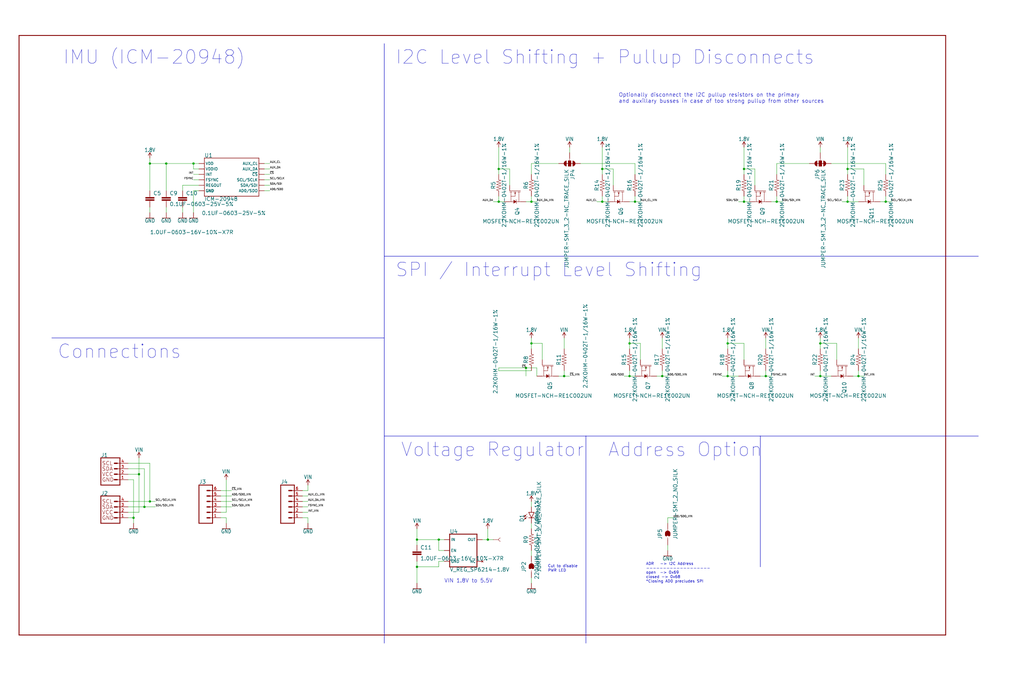
<source format=kicad_sch>
(kicad_sch (version 20230121) (generator eeschema)
  (paper "User" 477.19 317.906)
  (junction (at 194.31 251.46))
  (junction (at 90.17 76.2))
  (junction (at 412.75 93.98))
  (junction (at 346.71 78.74))
  (junction (at 62.23 241.3))
  (junction (at 339.09 160.02))
  (junction (at 400.05 175.26))
  (junction (at 69.85 233.68))
  (junction (at 232.41 78.74))
  (junction (at 262.89 175.26))
  (junction (at 361.95 93.98))
  (junction (at 295.91 93.98))
  (junction (at 394.97 93.98))
  (junction (at 308.61 175.26))
  (junction (at 77.47 76.2))
  (junction (at 356.87 175.26))
  (junction (at 382.27 160.02))
  (junction (at 280.67 78.74))
  (junction (at 227.33 251.46))
  (junction (at 339.09 175.26))
  (junction (at 232.41 93.98))
  (junction (at 204.47 251.46))
  (junction (at 293.37 160.02))
  (junction (at 346.71 93.98))
  (junction (at 247.65 160.02))
  (junction (at 247.65 93.98))
  (junction (at 67.31 236.22))
  (junction (at 280.67 93.98))
  (junction (at 382.27 175.26))
  (junction (at 245.11 171.45))
  (junction (at 394.97 78.74))
  (junction (at 69.85 76.2))
  (junction (at 64.77 220.98))
  (junction (at 293.37 175.26))
  (junction (at 194.31 264.16))
  (wire (pts (xy 293.37 172.72) (xy 293.37 175.26)) (stroke (width 0.1524)))
  (wire (pts (xy 247.65 243.84) (xy 247.65 246.38)) (stroke (width 0.1524)))
  (polyline (pts (xy 179.07 119.38) (xy 179.07 157.48)) (stroke (width 0.2032) (type solid)))
  (wire (pts (xy 308.61 162.56) (xy 308.61 157.48)) (stroke (width 0.1524)))
  (wire (pts (xy 143.51 231.14) (xy 140.97 231.14)) (stroke (width 0.1524)))
  (wire (pts (xy 339.09 175.26) (xy 344.17 175.26)) (stroke (width 0.1524)))
  (wire (pts (xy 125.73 78.74) (xy 123.19 78.74)) (stroke (width 0.1524)))
  (wire (pts (xy 382.27 162.56) (xy 382.27 160.02)) (stroke (width 0.1524)))
  (wire (pts (xy 59.69 215.9) (xy 69.85 215.9)) (stroke (width 0.1524)))
  (wire (pts (xy 394.97 81.28) (xy 394.97 78.74)) (stroke (width 0.1524)))
  (wire (pts (xy 400.05 172.72) (xy 400.05 175.26)) (stroke (width 0.1524)))
  (wire (pts (xy 77.47 76.2) (xy 69.85 76.2)) (stroke (width 0.1524)))
  (wire (pts (xy 224.79 251.46) (xy 227.33 251.46)) (stroke (width 0.1524)))
  (wire (pts (xy 237.49 86.36) (xy 237.49 78.74)) (stroke (width 0.1524)))
  (wire (pts (xy 295.91 91.44) (xy 295.91 93.98)) (stroke (width 0.1524)))
  (wire (pts (xy 247.65 256.54) (xy 247.65 259.08)) (stroke (width 0.1524)))
  (wire (pts (xy 293.37 157.48) (xy 293.37 160.02)) (stroke (width 0.1524)))
  (wire (pts (xy 143.51 226.06) (xy 143.51 228.6)) (stroke (width 0.1524)))
  (wire (pts (xy 69.85 233.68) (xy 59.69 233.68)) (stroke (width 0.1524)))
  (wire (pts (xy 194.31 251.46) (xy 194.31 254)) (stroke (width 0.1524)))
  (polyline (pts (xy 179.07 20.32) (xy 179.07 119.38)) (stroke (width 0.2032) (type solid)))
  (wire (pts (xy 204.47 256.54) (xy 204.47 251.46)) (stroke (width 0.1524)))
  (wire (pts (xy 227.33 251.46) (xy 229.87 251.46)) (stroke (width 0.1524)))
  (wire (pts (xy 346.71 167.64) (xy 346.71 160.02)) (stroke (width 0.1524)))
  (wire (pts (xy 298.45 167.64) (xy 298.45 160.02)) (stroke (width 0.1524)))
  (wire (pts (xy 252.73 167.64) (xy 252.73 160.02)) (stroke (width 0.1524)))
  (wire (pts (xy 92.71 83.82) (xy 90.17 83.82)) (stroke (width 0.1524)))
  (wire (pts (xy 412.75 76.2) (xy 412.75 81.28)) (stroke (width 0.1524)))
  (wire (pts (xy 232.41 172.72) (xy 232.41 171.45)) (stroke (width 0.1524)))
  (wire (pts (xy 247.65 269.24) (xy 247.65 271.78)) (stroke (width 0.1524)))
  (wire (pts (xy 232.41 93.98) (xy 234.95 93.98)) (stroke (width 0.1524)))
  (wire (pts (xy 351.79 86.36) (xy 351.79 78.74)) (stroke (width 0.1524)))
  (wire (pts (xy 293.37 93.98) (xy 295.91 93.98)) (stroke (width 0.1524)))
  (wire (pts (xy 59.69 218.44) (xy 67.31 218.44)) (stroke (width 0.1524)))
  (polyline (pts (xy 24.13 157.48) (xy 179.07 157.48)) (stroke (width 0.2032) (type solid)))
  (wire (pts (xy 232.41 81.28) (xy 232.41 78.74)) (stroke (width 0.1524)))
  (wire (pts (xy 92.71 86.36) (xy 85.09 86.36)) (stroke (width 0.1524)))
  (wire (pts (xy 412.75 91.44) (xy 412.75 93.98)) (stroke (width 0.1524)))
  (wire (pts (xy 247.65 236.22) (xy 247.65 233.68)) (stroke (width 0.1524)))
  (wire (pts (xy 382.27 172.72) (xy 382.27 175.26)) (stroke (width 0.1524)))
  (polyline (pts (xy 273.05 203.2) (xy 273.05 299.72)) (stroke (width 0.2032) (type solid)))
  (wire (pts (xy 232.41 171.45) (xy 245.11 171.45)) (stroke (width 0.1524)))
  (wire (pts (xy 125.73 81.28) (xy 123.19 81.28)) (stroke (width 0.1524)))
  (wire (pts (xy 280.67 81.28) (xy 280.67 78.74)) (stroke (width 0.1524)))
  (wire (pts (xy 237.49 78.74) (xy 232.41 78.74)) (stroke (width 0.1524)))
  (wire (pts (xy 394.97 93.98) (xy 400.05 93.98)) (stroke (width 0.1524)))
  (wire (pts (xy 402.59 78.74) (xy 394.97 78.74)) (stroke (width 0.1524)))
  (wire (pts (xy 107.95 236.22) (xy 102.87 236.22)) (stroke (width 0.1524)))
  (wire (pts (xy 295.91 93.98) (xy 298.45 93.98)) (stroke (width 0.1524)))
  (wire (pts (xy 356.87 172.72) (xy 356.87 175.26)) (stroke (width 0.1524)))
  (wire (pts (xy 361.95 93.98) (xy 364.49 93.98)) (stroke (width 0.1524)))
  (wire (pts (xy 69.85 76.2) (xy 69.85 88.9)) (stroke (width 0.1524)))
  (wire (pts (xy 344.17 93.98) (xy 346.71 93.98)) (stroke (width 0.1524)))
  (wire (pts (xy 262.89 172.72) (xy 262.89 175.26)) (stroke (width 0.1524)))
  (wire (pts (xy 359.41 93.98) (xy 361.95 93.98)) (stroke (width 0.1524)))
  (wire (pts (xy 400.05 162.56) (xy 400.05 157.48)) (stroke (width 0.1524)))
  (polyline (pts (xy 179.07 203.2) (xy 179.07 299.72)) (stroke (width 0.2032) (type solid)))
  (wire (pts (xy 125.73 88.9) (xy 123.19 88.9)) (stroke (width 0.1524)))
  (wire (pts (xy 397.51 175.26) (xy 400.05 175.26)) (stroke (width 0.1524)))
  (wire (pts (xy 90.17 76.2) (xy 77.47 76.2)) (stroke (width 0.1524)))
  (wire (pts (xy 102.87 238.76) (xy 105.41 238.76)) (stroke (width 0.1524)))
  (wire (pts (xy 59.69 220.98) (xy 64.77 220.98)) (stroke (width 0.1524)))
  (wire (pts (xy 387.35 76.2) (xy 412.75 76.2)) (stroke (width 0.1524)))
  (wire (pts (xy 392.43 93.98) (xy 394.97 93.98)) (stroke (width 0.1524)))
  (wire (pts (xy 379.73 175.26) (xy 382.27 175.26)) (stroke (width 0.1524)))
  (wire (pts (xy 250.19 171.45) (xy 250.19 175.26)) (stroke (width 0.1524)))
  (wire (pts (xy 346.71 160.02) (xy 339.09 160.02)) (stroke (width 0.1524)))
  (wire (pts (xy 64.77 220.98) (xy 64.77 238.76)) (stroke (width 0.1524)))
  (wire (pts (xy 339.09 172.72) (xy 339.09 175.26)) (stroke (width 0.1524)))
  (wire (pts (xy 339.09 162.56) (xy 339.09 160.02)) (stroke (width 0.1524)))
  (wire (pts (xy 311.15 254) (xy 311.15 256.54)) (stroke (width 0.1524)))
  (wire (pts (xy 247.65 81.28) (xy 247.65 76.2)) (stroke (width 0.1524)))
  (polyline (pts (xy 179.07 203.2) (xy 273.05 203.2)) (stroke (width 0.2032) (type solid)))
  (polyline (pts (xy 354.33 264.16) (xy 354.33 203.2)) (stroke (width 0.2032) (type solid)))
  (wire (pts (xy 62.23 223.52) (xy 59.69 223.52)) (stroke (width 0.1524)))
  (wire (pts (xy 194.31 261.62) (xy 194.31 264.16)) (stroke (width 0.1524)))
  (wire (pts (xy 64.77 238.76) (xy 59.69 238.76)) (stroke (width 0.1524)))
  (wire (pts (xy 410.21 93.98) (xy 412.75 93.98)) (stroke (width 0.1524)))
  (wire (pts (xy 67.31 218.44) (xy 67.31 236.22)) (stroke (width 0.1524)))
  (wire (pts (xy 265.43 68.58) (xy 265.43 71.12)) (stroke (width 0.1524)))
  (wire (pts (xy 346.71 93.98) (xy 349.25 93.98)) (stroke (width 0.1524)))
  (wire (pts (xy 354.33 175.26) (xy 356.87 175.26)) (stroke (width 0.1524)))
  (wire (pts (xy 62.23 241.3) (xy 62.23 243.84)) (stroke (width 0.1524)))
  (wire (pts (xy 293.37 175.26) (xy 295.91 175.26)) (stroke (width 0.1524)))
  (wire (pts (xy 77.47 96.52) (xy 77.47 99.06)) (stroke (width 0.1524)))
  (wire (pts (xy 85.09 86.36) (xy 85.09 88.9)) (stroke (width 0.1524)))
  (wire (pts (xy 90.17 78.74) (xy 90.17 76.2)) (stroke (width 0.1524)))
  (wire (pts (xy 311.15 241.3) (xy 311.15 243.84)) (stroke (width 0.1524)))
  (wire (pts (xy 194.31 271.78) (xy 194.31 264.16)) (stroke (width 0.1524)))
  (wire (pts (xy 90.17 88.9) (xy 92.71 88.9)) (stroke (width 0.1524)))
  (wire (pts (xy 339.09 157.48) (xy 339.09 160.02)) (stroke (width 0.1524)))
  (wire (pts (xy 207.01 261.62) (xy 204.47 261.62)) (stroke (width 0.1524)))
  (wire (pts (xy 207.01 251.46) (xy 204.47 251.46)) (stroke (width 0.1524)))
  (wire (pts (xy 412.75 93.98) (xy 415.29 93.98)) (stroke (width 0.1524)))
  (wire (pts (xy 125.73 76.2) (xy 123.19 76.2)) (stroke (width 0.1524)))
  (wire (pts (xy 143.51 233.68) (xy 140.97 233.68)) (stroke (width 0.1524)))
  (wire (pts (xy 105.41 241.3) (xy 105.41 243.84)) (stroke (width 0.1524)))
  (wire (pts (xy 293.37 162.56) (xy 293.37 160.02)) (stroke (width 0.1524)))
  (wire (pts (xy 85.09 96.52) (xy 85.09 99.06)) (stroke (width 0.1524)))
  (wire (pts (xy 247.65 157.48) (xy 247.65 160.02)) (stroke (width 0.1524)))
  (wire (pts (xy 356.87 175.26) (xy 359.41 175.26)) (stroke (width 0.1524)))
  (wire (pts (xy 140.97 228.6) (xy 143.51 228.6)) (stroke (width 0.1524)))
  (polyline (pts (xy 179.07 119.38) (xy 455.93 119.38)) (stroke (width 0.2032) (type solid)))
  (wire (pts (xy 311.15 241.3) (xy 313.69 241.3)) (stroke (width 0.1524)))
  (wire (pts (xy 64.77 220.98) (xy 64.77 213.36)) (stroke (width 0.1524)))
  (wire (pts (xy 77.47 76.2) (xy 77.47 88.9)) (stroke (width 0.1524)))
  (wire (pts (xy 361.95 76.2) (xy 377.19 76.2)) (stroke (width 0.1524)))
  (wire (pts (xy 62.23 241.3) (xy 62.23 223.52)) (stroke (width 0.1524)))
  (wire (pts (xy 394.97 68.58) (xy 394.97 78.74)) (stroke (width 0.1524)))
  (wire (pts (xy 247.65 76.2) (xy 260.35 76.2)) (stroke (width 0.1524)))
  (wire (pts (xy 204.47 251.46) (xy 194.31 251.46)) (stroke (width 0.1524)))
  (wire (pts (xy 245.11 171.45) (xy 245.11 175.26)) (stroke (width 0.1524)))
  (wire (pts (xy 336.55 175.26) (xy 339.09 175.26)) (stroke (width 0.1524)))
  (wire (pts (xy 140.97 241.3) (xy 143.51 241.3)) (stroke (width 0.1524)))
  (wire (pts (xy 346.71 91.44) (xy 346.71 93.98)) (stroke (width 0.1524)))
  (wire (pts (xy 382.27 175.26) (xy 387.35 175.26)) (stroke (width 0.1524)))
  (wire (pts (xy 270.51 76.2) (xy 295.91 76.2)) (stroke (width 0.1524)))
  (polyline (pts (xy 354.33 203.2) (xy 455.93 203.2)) (stroke (width 0.2032) (type solid)))
  (wire (pts (xy 247.65 162.56) (xy 247.65 160.02)) (stroke (width 0.1524)))
  (wire (pts (xy 298.45 160.02) (xy 293.37 160.02)) (stroke (width 0.1524)))
  (wire (pts (xy 232.41 91.44) (xy 232.41 93.98)) (stroke (width 0.1524)))
  (wire (pts (xy 92.71 78.74) (xy 90.17 78.74)) (stroke (width 0.1524)))
  (wire (pts (xy 232.41 68.58) (xy 232.41 78.74)) (stroke (width 0.1524)))
  (wire (pts (xy 285.75 86.36) (xy 285.75 78.74)) (stroke (width 0.1524)))
  (wire (pts (xy 105.41 238.76) (xy 105.41 223.52)) (stroke (width 0.1524)))
  (wire (pts (xy 67.31 236.22) (xy 59.69 236.22)) (stroke (width 0.1524)))
  (wire (pts (xy 252.73 160.02) (xy 247.65 160.02)) (stroke (width 0.1524)))
  (wire (pts (xy 346.71 68.58) (xy 346.71 78.74)) (stroke (width 0.1524)))
  (polyline (pts (xy 273.05 203.2) (xy 354.33 203.2)) (stroke (width 0.2032) (type solid)))
  (wire (pts (xy 107.95 228.6) (xy 102.87 228.6)) (stroke (width 0.1524)))
  (wire (pts (xy 107.95 231.14) (xy 102.87 231.14)) (stroke (width 0.1524)))
  (wire (pts (xy 204.47 261.62) (xy 204.47 264.16)) (stroke (width 0.1524)))
  (wire (pts (xy 245.11 171.45) (xy 250.19 171.45)) (stroke (width 0.1524)))
  (wire (pts (xy 278.13 93.98) (xy 280.67 93.98)) (stroke (width 0.1524)))
  (wire (pts (xy 102.87 241.3) (xy 105.41 241.3)) (stroke (width 0.1524)))
  (wire (pts (xy 382.27 68.58) (xy 382.27 71.12)) (stroke (width 0.1524)))
  (wire (pts (xy 90.17 76.2) (xy 92.71 76.2)) (stroke (width 0.1524)))
  (wire (pts (xy 107.95 233.68) (xy 102.87 233.68)) (stroke (width 0.1524)))
  (wire (pts (xy 143.51 236.22) (xy 140.97 236.22)) (stroke (width 0.1524)))
  (wire (pts (xy 351.79 78.74) (xy 346.71 78.74)) (stroke (width 0.1524)))
  (wire (pts (xy 280.67 91.44) (xy 280.67 93.98)) (stroke (width 0.1524)))
  (wire (pts (xy 247.65 91.44) (xy 247.65 93.98)) (stroke (width 0.1524)))
  (wire (pts (xy 143.51 238.76) (xy 140.97 238.76)) (stroke (width 0.1524)))
  (wire (pts (xy 90.17 99.06) (xy 90.17 88.9)) (stroke (width 0.1524)))
  (wire (pts (xy 306.07 175.26) (xy 308.61 175.26)) (stroke (width 0.1524)))
  (wire (pts (xy 361.95 81.28) (xy 361.95 76.2)) (stroke (width 0.1524)))
  (polyline (pts (xy 179.07 157.48) (xy 179.07 203.2)) (stroke (width 0.2032) (type solid)))
  (wire (pts (xy 143.51 241.3) (xy 143.51 243.84)) (stroke (width 0.1524)))
  (wire (pts (xy 356.87 162.56) (xy 356.87 157.48)) (stroke (width 0.1524)))
  (wire (pts (xy 69.85 73.66) (xy 69.85 76.2)) (stroke (width 0.1524)))
  (wire (pts (xy 308.61 172.72) (xy 308.61 175.26)) (stroke (width 0.1524)))
  (wire (pts (xy 90.17 81.28) (xy 92.71 81.28)) (stroke (width 0.1524)))
  (wire (pts (xy 194.31 246.38) (xy 194.31 251.46)) (stroke (width 0.1524)))
  (wire (pts (xy 361.95 91.44) (xy 361.95 93.98)) (stroke (width 0.1524)))
  (wire (pts (xy 290.83 175.26) (xy 293.37 175.26)) (stroke (width 0.1524)))
  (wire (pts (xy 72.39 233.68) (xy 69.85 233.68)) (stroke (width 0.1524)))
  (wire (pts (xy 285.75 78.74) (xy 280.67 78.74)) (stroke (width 0.1524)))
  (wire (pts (xy 69.85 96.52) (xy 69.85 99.06)) (stroke (width 0.1524)))
  (wire (pts (xy 227.33 251.46) (xy 227.33 246.38)) (stroke (width 0.1524)))
  (wire (pts (xy 382.27 157.48) (xy 382.27 160.02)) (stroke (width 0.1524)))
  (wire (pts (xy 232.41 172.72) (xy 247.65 172.72)) (stroke (width 0.1524)))
  (wire (pts (xy 308.61 175.26) (xy 311.15 175.26)) (stroke (width 0.1524)))
  (wire (pts (xy 229.87 93.98) (xy 232.41 93.98)) (stroke (width 0.1524)))
  (wire (pts (xy 194.31 264.16) (xy 204.47 264.16)) (stroke (width 0.1524)))
  (wire (pts (xy 59.69 241.3) (xy 62.23 241.3)) (stroke (width 0.1524)))
  (wire (pts (xy 125.73 83.82) (xy 123.19 83.82)) (stroke (width 0.1524)))
  (wire (pts (xy 389.89 167.64) (xy 389.89 160.02)) (stroke (width 0.1524)))
  (wire (pts (xy 280.67 93.98) (xy 283.21 93.98)) (stroke (width 0.1524)))
  (wire (pts (xy 400.05 175.26) (xy 402.59 175.26)) (stroke (width 0.1524)))
  (wire (pts (xy 245.11 93.98) (xy 247.65 93.98)) (stroke (width 0.1524)))
  (wire (pts (xy 207.01 256.54) (xy 204.47 256.54)) (stroke (width 0.1524)))
  (wire (pts (xy 247.65 93.98) (xy 250.19 93.98)) (stroke (width 0.1524)))
  (wire (pts (xy 402.59 86.36) (xy 402.59 78.74)) (stroke (width 0.1524)))
  (wire (pts (xy 389.89 160.02) (xy 382.27 160.02)) (stroke (width 0.1524)))
  (wire (pts (xy 67.31 236.22) (xy 72.39 236.22)) (stroke (width 0.1524)))
  (wire (pts (xy 125.73 86.36) (xy 123.19 86.36)) (stroke (width 0.1524)))
  (wire (pts (xy 295.91 76.2) (xy 295.91 81.28)) (stroke (width 0.1524)))
  (wire (pts (xy 346.71 81.28) (xy 346.71 78.74)) (stroke (width 0.1524)))
  (wire (pts (xy 262.89 175.26) (xy 265.43 175.26)) (stroke (width 0.1524)))
  (wire (pts (xy 262.89 162.56) (xy 262.89 157.48)) (stroke (width 0.1524)))
  (wire (pts (xy 280.67 68.58) (xy 280.67 78.74)) (stroke (width 0.1524)))
  (wire (pts (xy 69.85 215.9) (xy 69.85 233.68)) (stroke (width 0.1524)))
  (wire (pts (xy 394.97 91.44) (xy 394.97 93.98)) (stroke (width 0.1524)))
  (wire (pts (xy 260.35 175.26) (xy 262.89 175.26)) (stroke (width 0.1524)))
  (text "Address Option" (at 283.21 213.36 0) (effects (font (size 6.35 6.35)) (justify left bottom)))
  (text "VIN 1.8V to 5.5V" (at 207.01 271.78 0) (effects (font (size 1.778 1.778)) (justify left bottom)))
  (text "Connections" (at 26.67 167.64 0) (effects (font (size 6.35 6.35)) (justify left bottom)))
  (text "I2C Level Shifting + Pullup Disconnects" (at 184.15 30.48 0) (effects (font (size 6.35 6.35)) (justify left bottom)))
  (text "Optionally disconnect the I2C pullup resistors on the primary\nand auxillary busses in case of too strong pullup from other sources" (at 288.29 48.26 0) (effects (font (size 1.778 1.778)) (justify left bottom)))
  (text "Voltage Regulator" (at 186.69 213.36 0) (effects (font (size 6.35 6.35)) (justify left bottom)))
  (text "ADR   -> I2C Address\n-------------------\nopen  -> 0x69\nclosed -> 0x68\n*Closing AD0 precludes SPI" (at 300.99 271.78 0) (effects (font (size 1.27 1.27)) (justify left bottom)))
  (text "IMU (ICM-20948)" (at 29.21 30.48 0) (effects (font (size 6.35 6.35)) (justify left bottom)))
  (text "Cut to disable\nPWR LED" (at 255.27 266.7 0) (effects (font (size 1.27 1.27)) (justify left bottom)))
  (text "SPI / Interrupt Level Shifting" (at 184.15 129.54 0) (effects (font (size 6.35 6.35)) (justify left bottom)))
  (label "AUX_CL_VIN" (at 298.45 93.98 0) (effects (font (size 0.889 0.889))))
  (label "SDA/SDI_VIN" (at 364.49 93.98 0) (effects (font (size 0.889 0.889))))
  (label "INT" (at 90.17 81.28 180) (effects (font (size 0.889 0.889))))
  (label "~{CS}" (at 125.73 81.28 0) (effects (font (size 0.889 0.889))))
  (label "SDA/SDI_VIN" (at 107.95 236.22 0) (effects (font (size 0.889 0.889))))
  (label "SDA/SDI" (at 125.73 86.36 0) (effects (font (size 0.889 0.889))))
  (label "AD0/SDO_VIN" (at 313.69 241.3 0) (effects (font (size 0.889 0.889))))
  (label "AD0/SDO_VIN" (at 107.95 231.14 0) (effects (font (size 0.889 0.889))))
  (label "SCL/SCLK" (at 392.43 93.98 180) (effects (font (size 0.889 0.889))))
  (label "AUX_DA" (at 125.73 78.74 0) (effects (font (size 0.889 0.889))))
  (label "FSYNC" (at 90.17 83.82 180) (effects (font (size 0.889 0.889))))
  (label "~{CS}_VIN" (at 107.95 228.6 0) (effects (font (size 0.889 0.889))))
  (label "AUX_CL" (at 125.73 76.2 0) (effects (font (size 0.889 0.889))))
  (label "AD0/SDO" (at 290.83 175.26 180) (effects (font (size 0.889 0.889))))
  (label "~{CS}_VIN" (at 265.43 175.26 0) (effects (font (size 0.889 0.889))))
  (label "FSYNC_VIN" (at 359.41 175.26 0) (effects (font (size 0.889 0.889))))
  (label "AUX_DA_VIN" (at 250.19 93.98 0) (effects (font (size 0.889 0.889))))
  (label "INT" (at 379.73 175.26 180) (effects (font (size 0.889 0.889))))
  (label "SDA/SDI" (at 344.17 93.98 180) (effects (font (size 0.889 0.889))))
  (label "SCL/SCLK_VIN" (at 415.29 93.98 0) (effects (font (size 0.889 0.889))))
  (label "SCL/SCLK" (at 125.73 83.82 0) (effects (font (size 0.889 0.889))))
  (label "INT_VIN" (at 402.59 175.26 0) (effects (font (size 0.889 0.889))))
  (label "AUX_CL_VIN" (at 143.51 231.14 0) (effects (font (size 0.889 0.889))))
  (label "~{CS}" (at 245.11 171.45 180) (effects (font (size 0.889 0.889))))
  (label "SDA/SDI_VIN" (at 72.39 236.22 0) (effects (font (size 0.889 0.889))))
  (label "INT_VIN" (at 143.51 238.76 0) (effects (font (size 0.889 0.889))))
  (label "FSYNC" (at 336.55 175.26 180) (effects (font (size 0.889 0.889))))
  (label "AUX_DA_VIN" (at 143.51 233.68 0) (effects (font (size 0.889 0.889))))
  (label "AUX_CL" (at 278.13 93.98 180) (effects (font (size 0.889 0.889))))
  (label "AD0/SDO_VIN" (at 311.15 175.26 0) (effects (font (size 0.889 0.889))))
  (label "FSYNC_VIN" (at 143.51 236.22 0) (effects (font (size 0.889 0.889))))
  (label "SCL/SCLK_VIN" (at 107.95 233.68 0) (effects (font (size 0.889 0.889))))
  (label "SCL/SCLK_VIN" (at 72.39 233.68 0) (effects (font (size 0.889 0.889))))
  (label "AUX_DA" (at 229.87 93.98 180) (effects (font (size 0.889 0.889))))
  (label "AD0/SDO" (at 125.73 88.9 0) (effects (font (size 0.889 0.889))))
  (symbol (lib_id "SparkFun_IMU_Breakout_ICM-20948-eagle-import:220OHM-0603-1/10W-1%") (at 247.65 251.46 90) (unit 1)
    (property "Reference" "R9" (at 246.126 251.46 0) (effects (font (size 1.778 1.778)) (justify bottom)))
    (property "Value" "220OHM-0603-1/10W-1%" (at 249.174 251.46 0) (effects (font (size 1.778 1.778)) (justify top)))
    (property "Footprint" "SparkFun_IMU_Breakout_ICM-20948:0603" (effects hide))
  )
  (symbol (lib_id "SparkFun_IMU_Breakout_ICM-20948-eagle-import:VIN") (at 194.31 246.38 0) (unit 1)
    (property "Reference" "#SUPPLY05" (effects hide))
    (property "Value" "VIN" (at 194.31 243.586 0) (effects (font (size 1.778 1.5113)) (justify bottom)))
    (instances (project "Adafruit HUZZAH32 ESP32 Feather" (path "" (reference "#SUPPLY05") (unit 1))) (project "SparkFun_IMU_Breakout_ICM-20948" (path "" (reference "#SUPPLY8") (unit 1))))
  )
  (symbol (lib_id "SparkFun_IMU_Breakout_ICM-20948-eagle-import:0.1UF-0603-25V-5%") (at 77.47 93.98 0) (unit 1)
    (property "Reference" "C9" (at 78.994 91.059 0) (effects (font (size 1.778 1.778)) (justify left bottom)))
    (property "Value" "0.1UF-0603-25V-5%" (at 78.994 96.139 0) (effects (font (size 1.778 1.778)) (justify left bottom)))
    (property "Footprint" "SparkFun_IMU_Breakout_ICM-20948:0603" (effects hide))
    (instances (project "Adafruit HUZZAH32 ESP32 Feather" (path "" (reference "C9") (unit 1))) (project "SparkFun_IMU_Breakout_ICM-20948" (path "" (reference "C2") (unit 1))))
  )
  (symbol (lib_id "SparkFun_IMU_Breakout_ICM-20948-eagle-import:VIN") (at 400.05 157.48 0) (unit 1)
    (property "Reference" "#SUPPLY021" (effects hide))
    (property "Value" "VIN" (at 400.05 154.686 0) (effects (font (size 1.778 1.5113)) (justify bottom)))
    (instances (project "Adafruit HUZZAH32 ESP32 Feather" (path "" (reference "#SUPPLY021") (unit 1))) (project "SparkFun_IMU_Breakout_ICM-20948" (path "" (reference "#SUPPLY29") (unit 1))))
  )
  (symbol (lib_id "SparkFun_IMU_Breakout_ICM-20948-eagle-import:VIN") (at 356.87 157.48 0) (unit 1)
    (property "Reference" "#SUPPLY017" (effects hide))
    (property "Value" "VIN" (at 356.87 154.686 0) (effects (font (size 1.778 1.5113)) (justify bottom)))
    (instances (project "Adafruit HUZZAH32 ESP32 Feather" (path "" (reference "#SUPPLY017") (unit 1))) (project "SparkFun_IMU_Breakout_ICM-20948" (path "" (reference "#SUPPLY27") (unit 1))))
  )
  (symbol (lib_id "SparkFun_IMU_Breakout_ICM-20948-eagle-import:2.2KOHM-0402T-1/16W-1%") (at 308.61 167.64 90) (unit 1)
    (property "Reference" "R17" (at 307.086 167.64 0) (effects (font (size 1.778 1.778)) (justify bottom)))
    (property "Value" "2.2KOHM-0402T-1/16W-1%" (at 310.134 167.64 0) (effects (font (size 1.778 1.778)) (justify top)))
    (property "Footprint" "SparkFun_IMU_Breakout_ICM-20948:0402-TIGHT" (effects hide))
    (instances (project "Adafruit HUZZAH32 ESP32 Feather" (path "" (reference "R17") (unit 1))) (project "SparkFun_IMU_Breakout_ICM-20948" (path "" (reference "R13") (unit 1))))
  )
  (symbol (lib_id "SparkFun_IMU_Breakout_ICM-20948-eagle-import:GND") (at 311.15 259.08 0) (unit 1)
    (property "Reference" "#GND012" (effects hide))
    (property "Value" "GND" (at 311.15 259.334 0) (effects (font (size 1.778 1.5113)) (justify top)))
    (instances (project "Adafruit HUZZAH32 ESP32 Feather" (path "" (reference "#GND012") (unit 1))) (project "SparkFun_IMU_Breakout_ICM-20948" (path "" (reference "#GND11") (unit 1))))
  )
  (symbol (lib_id "SparkFun_IMU_Breakout_ICM-20948-eagle-import:VIN") (at 262.89 157.48 0) (unit 1)
    (property "Reference" "#SUPPLY010" (effects hide))
    (property "Value" "VIN" (at 262.89 154.686 0) (effects (font (size 1.778 1.5113)) (justify bottom)))
    (instances (project "Adafruit HUZZAH32 ESP32 Feather" (path "" (reference "#SUPPLY010") (unit 1))) (project "SparkFun_IMU_Breakout_ICM-20948" (path "" (reference "#SUPPLY15") (unit 1))))
  )
  (symbol (lib_id "SparkFun_IMU_Breakout_ICM-20948-eagle-import:VIN") (at 64.77 213.36 0) (unit 1)
    (property "Reference" "#SUPPLY01" (effects hide))
    (property "Value" "VIN" (at 64.77 210.566 0) (effects (font (size 1.778 1.5113)) (justify bottom)))
    (instances (project "Adafruit HUZZAH32 ESP32 Feather" (path "" (reference "#SUPPLY01") (unit 1))) (project "SparkFun_IMU_Breakout_ICM-20948" (path "" (reference "#SUPPLY3") (unit 1))))
  )
  (symbol (lib_id "SparkFun_IMU_Breakout_ICM-20948-eagle-import:V_REG_SP6214-1.8V") (at 217.17 256.54 0) (unit 1)
    (property "Reference" "U4" (at 209.55 248.666 0) (effects (font (size 1.778 1.778)) (justify left bottom)))
    (property "Value" "V_REG_SP6214-1.8V" (at 209.55 264.414 0) (effects (font (size 1.778 1.778)) (justify left top)))
    (property "Footprint" "SparkFun_IMU_Breakout_ICM-20948:SC70" (effects hide))
    (instances (project "Adafruit HUZZAH32 ESP32 Feather" (path "" (reference "U4") (unit 1))) (project "SparkFun_IMU_Breakout_ICM-20948" (path "" (reference "U3") (unit 1))))
  )
  (symbol (lib_id "SparkFun_IMU_Breakout_ICM-20948-eagle-import:2.2KOHM-0402T-1/16W-1%") (at 247.65 86.36 90) (unit 1)
    (property "Reference" "R6" (at 246.126 86.36 0) (effects (font (size 1.778 1.778)) (justify bottom)))
    (property "Value" "2.2KOHM-0402T-1/16W-1%" (at 249.174 86.36 0) (effects (font (size 1.778 1.778)) (justify top)))
    (property "Footprint" "SparkFun_IMU_Breakout_ICM-20948:0402-TIGHT" (effects hide))
    (instances (project "Adafruit HUZZAH32 ESP32 Feather" (path "" (reference "R6") (unit 1))) (project "SparkFun_IMU_Breakout_ICM-20948" (path "" (reference "R19") (unit 1))))
  )
  (symbol (lib_id "SparkFun_IMU_Breakout_ICM-20948-eagle-import:GND") (at 105.41 246.38 0) (unit 1)
    (property "Reference" "#GND08" (effects hide))
    (property "Value" "GND" (at 105.41 246.634 0) (effects (font (size 1.778 1.5113)) (justify top)))
    (instances (project "Adafruit HUZZAH32 ESP32 Feather" (path "" (reference "#GND08") (unit 1))) (project "SparkFun_IMU_Breakout_ICM-20948" (path "" (reference "#GND8") (unit 1))))
  )
  (symbol (lib_id "SparkFun_IMU_Breakout_ICM-20948-eagle-import:2.2KOHM-0402T-1/16W-1%") (at 280.67 86.36 90) (unit 1)
    (property "Reference" "R14" (at 279.146 86.36 0) (effects (font (size 1.778 1.778)) (justify bottom)))
    (property "Value" "2.2KOHM-0402T-1/16W-1%" (at 282.194 86.36 0) (effects (font (size 1.778 1.778)) (justify top)))
    (property "Footprint" "SparkFun_IMU_Breakout_ICM-20948:0402-TIGHT" (effects hide))
    (instances (project "Adafruit HUZZAH32 ESP32 Feather" (path "" (reference "R14") (unit 1))) (project "SparkFun_IMU_Breakout_ICM-20948" (path "" (reference "R20") (unit 1))))
  )
  (symbol (lib_id "SparkFun_IMU_Breakout_ICM-20948-eagle-import:GND") (at 143.51 246.38 0) (unit 1)
    (property "Reference" "#GND09" (effects hide))
    (property "Value" "GND" (at 143.51 246.634 0) (effects (font (size 1.778 1.5113)) (justify top)))
    (instances (project "Adafruit HUZZAH32 ESP32 Feather" (path "" (reference "#GND09") (unit 1))) (project "SparkFun_IMU_Breakout_ICM-20948" (path "" (reference "#GND10") (unit 1))))
  )
  (symbol (lib_id "SparkFun_IMU_Breakout_ICM-20948-eagle-import:2.2KOHM-0402T-1/16W-1%") (at 339.09 167.64 90) (unit 1)
    (property "Reference" "R18" (at 337.566 167.64 0) (effects (font (size 1.778 1.778)) (justify bottom)))
    (property "Value" "2.2KOHM-0402T-1/16W-1%" (at 340.614 167.64 0) (effects (font (size 1.778 1.778)) (justify top)))
    (property "Footprint" "SparkFun_IMU_Breakout_ICM-20948:0402-TIGHT" (effects hide))
    (instances (project "Adafruit HUZZAH32 ESP32 Feather" (path "" (reference "R18") (unit 1))) (project "SparkFun_IMU_Breakout_ICM-20948" (path "" (reference "R22") (unit 1))))
  )
  (symbol (lib_id "SparkFun_IMU_Breakout_ICM-20948-eagle-import:2.2KOHM-0402T-1/16W-1%") (at 232.41 86.36 90) (unit 1)
    (property "Reference" "R5" (at 230.886 86.36 0) (effects (font (size 1.778 1.778)) (justify bottom)))
    (property "Value" "2.2KOHM-0402T-1/16W-1%" (at 233.934 86.36 0) (effects (font (size 1.778 1.778)) (justify top)))
    (property "Footprint" "SparkFun_IMU_Breakout_ICM-20948:0402-TIGHT" (effects hide))
    (instances (project "Adafruit HUZZAH32 ESP32 Feather" (path "" (reference "R5") (unit 1))) (project "SparkFun_IMU_Breakout_ICM-20948" (path "" (reference "R18") (unit 1))))
  )
  (symbol (lib_id "SparkFun_IMU_Breakout_ICM-20948-eagle-import:2.2KOHM-0402T-1/16W-1%") (at 293.37 167.64 90) (unit 1)
    (property "Reference" "R15" (at 291.846 167.64 0) (effects (font (size 1.778 1.778)) (justify bottom)))
    (property "Value" "2.2KOHM-0402T-1/16W-1%" (at 294.894 167.64 0) (effects (font (size 1.778 1.778)) (justify top)))
    (property "Footprint" "SparkFun_IMU_Breakout_ICM-20948:0402-TIGHT" (effects hide))
    (instances (project "Adafruit HUZZAH32 ESP32 Feather" (path "" (reference "R15") (unit 1))) (project "SparkFun_IMU_Breakout_ICM-20948" (path "" (reference "R12") (unit 1))))
  )
  (symbol (lib_id "SparkFun_IMU_Breakout_ICM-20948-eagle-import:GND") (at 69.85 101.6 0) (unit 1)
    (property "Reference" "#GND02" (effects hide))
    (property "Value" "GND" (at 69.85 101.854 0) (effects (font (size 1.778 1.5113)) (justify top)))
    (instances (project "Adafruit HUZZAH32 ESP32 Feather" (path "" (reference "#GND02") (unit 1))) (project "SparkFun_IMU_Breakout_ICM-20948" (path "" (reference "#GND1") (unit 1))))
  )
  (symbol (lib_id "SparkFun_IMU_Breakout_ICM-20948-eagle-import:VIN") (at 143.51 226.06 0) (unit 1)
    (property "Reference" "#SUPPLY04" (effects hide))
    (property "Value" "VIN" (at 143.51 223.266 0) (effects (font (size 1.778 1.5113)) (justify bottom)))
    (instances (project "Adafruit HUZZAH32 ESP32 Feather" (path "" (reference "#SUPPLY04") (unit 1))) (project "SparkFun_IMU_Breakout_ICM-20948" (path "" (reference "#SUPPLY13") (unit 1))))
  )
  (symbol (lib_id "SparkFun_IMU_Breakout_ICM-20948-eagle-import:GND") (at 62.23 246.38 0) (unit 1)
    (property "Reference" "#GND01" (effects hide))
    (property "Value" "GND" (at 62.23 246.634 0) (effects (font (size 1.778 1.5113)) (justify top)))
    (instances (project "Adafruit HUZZAH32 ESP32 Feather" (path "" (reference "#GND01") (unit 1))) (project "SparkFun_IMU_Breakout_ICM-20948" (path "" (reference "#GND3") (unit 1))))
  )
  (symbol (lib_id "SparkFun_IMU_Breakout_ICM-20948-eagle-import:MOSFET-NCH-RE1C002UN") (at 354.33 91.44 270) (unit 1)
    (property "Reference" "Q9" (at 354.33 96.52 0) (effects (font (size 1.778 1.778)) (justify left bottom)))
    (property "Value" "MOSFET-NCH-RE1C002UN" (at 339.09 104.14 90) (effects (font (size 1.778 1.778)) (justify left bottom)))
    (property "Footprint" "SparkFun_IMU_Breakout_ICM-20948:SOT-416FL" (effects hide))
    (instances (project "Adafruit HUZZAH32 ESP32 Feather" (path "" (reference "Q9") (unit 1))) (project "SparkFun_IMU_Breakout_ICM-20948" (path "" (reference "Q8") (unit 1))))
  )
  (symbol (lib_id "SparkFun_IMU_Breakout_ICM-20948-eagle-import:1.8V") (at 232.41 68.58 0) (unit 1)
    (property "Reference" "#SUPPLY07" (effects hide))
    (property "Value" "1.8V" (at 232.41 65.786 0) (effects (font (size 1.778 1.5113)) (justify bottom)))
    (instances (project "Adafruit HUZZAH32 ESP32 Feather" (path "" (reference "#SUPPLY07") (unit 1))) (project "SparkFun_IMU_Breakout_ICM-20948" (path "" (reference "#SUPPLY22") (unit 1))))
  )
  (symbol (lib_id "SparkFun_IMU_Breakout_ICM-20948-eagle-import:VIN") (at 308.61 157.48 0) (unit 1)
    (property "Reference" "#SUPPLY014" (effects hide))
    (property "Value" "VIN" (at 308.61 154.686 0) (effects (font (size 1.778 1.5113)) (justify bottom)))
    (instances (project "Adafruit HUZZAH32 ESP32 Feather" (path "" (reference "#SUPPLY014") (unit 1))) (project "SparkFun_IMU_Breakout_ICM-20948" (path "" (reference "#SUPPLY17") (unit 1))))
  )
  (symbol (lib_id "SparkFun_IMU_Breakout_ICM-20948-eagle-import:QWIIC_CONNECTORJS-1MM") (at 52.07 238.76 0) (unit 1)
    (property "Reference" "J2" (at 46.99 230.886 0) (effects (font (size 1.778 1.778)) (justify left bottom)))
    (property "Value" "QWIIC_CONNECTORJS-1MM" (effects hide))
    (property "Footprint" "SparkFun_IMU_Breakout_ICM-20948:JST04_1MM_RA" (effects hide))
  )
  (symbol (lib_id "SparkFun_IMU_Breakout_ICM-20948-eagle-import:1.8V") (at 69.85 73.66 0) (unit 1)
    (property "Reference" "#SUPPLY02" (effects hide))
    (property "Value" "1.8V" (at 69.85 70.866 0) (effects (font (size 1.778 1.5113)) (justify bottom)))
    (instances (project "Adafruit HUZZAH32 ESP32 Feather" (path "" (reference "#SUPPLY02") (unit 1))) (project "SparkFun_IMU_Breakout_ICM-20948" (path "" (reference "#SUPPLY1") (unit 1))))
  )
  (symbol (lib_id "SparkFun_IMU_Breakout_ICM-20948-eagle-import:JUMPER-SMT_2_NO_SILK") (at 311.15 248.92 90) (unit 1)
    (property "Reference" "JP5" (at 308.61 251.46 0) (effects (font (size 1.778 1.778)) (justify left bottom)))
    (property "Value" "JUMPER-SMT_2_NO_SILK" (at 313.69 251.46 0) (effects (font (size 1.778 1.778)) (justify left top)))
    (property "Footprint" "SparkFun_IMU_Breakout_ICM-20948:SMT-JUMPER_2_NO_SILK" (effects hide))
    (instances (project "Adafruit HUZZAH32 ESP32 Feather" (path "" (reference "JP5") (unit 1))) (project "SparkFun_IMU_Breakout_ICM-20948" (path "" (reference "JP2") (unit 1))))
  )
  (symbol (lib_id "SparkFun_IMU_Breakout_ICM-20948-eagle-import:2.2KOHM-0402T-1/16W-1%") (at 361.95 86.36 90) (unit 1)
    (property "Reference" "R21" (at 360.426 86.36 0) (effects (font (size 1.778 1.778)) (justify bottom)))
    (property "Value" "2.2KOHM-0402T-1/16W-1%" (at 363.474 86.36 0) (effects (font (size 1.778 1.778)) (justify top)))
    (property "Footprint" "SparkFun_IMU_Breakout_ICM-20948:0402-TIGHT" (effects hide))
    (instances (project "Adafruit HUZZAH32 ESP32 Feather" (path "" (reference "R21") (unit 1))) (project "SparkFun_IMU_Breakout_ICM-20948" (path "" (reference "R17") (unit 1))))
  )
  (symbol (lib_id "SparkFun_IMU_Breakout_ICM-20948-eagle-import:0.1UF-0603-25V-5%") (at 85.09 93.98 0) (unit 1)
    (property "Reference" "C10" (at 86.614 91.059 0) (effects (font (size 1.778 1.778)) (justify left bottom)))
    (property "Value" "0.1UF-0603-25V-5%" (at 93.98 100.33 0) (effects (font (size 1.778 1.778)) (justify left bottom)))
    (property "Footprint" "SparkFun_IMU_Breakout_ICM-20948:0603" (effects hide))
    (instances (project "Adafruit HUZZAH32 ESP32 Feather" (path "" (reference "C10") (unit 1))) (project "SparkFun_IMU_Breakout_ICM-20948" (path "" (reference "C3") (unit 1))))
  )
  (symbol (lib_id "SparkFun_IMU_Breakout_ICM-20948-eagle-import:GND") (at 90.17 101.6 0) (unit 1)
    (property "Reference" "#GND07" (effects hide))
    (property "Value" "GND" (at 90.17 101.854 0) (effects (font (size 1.778 1.5113)) (justify top)))
    (instances (project "Adafruit HUZZAH32 ESP32 Feather" (path "" (reference "#GND07") (unit 1))) (project "SparkFun_IMU_Breakout_ICM-20948" (path "" (reference "#GND5") (unit 1))))
  )
  (symbol (lib_id "SparkFun_IMU_Breakout_ICM-20948-eagle-import:1.8V") (at 382.27 157.48 0) (unit 1)
    (property "Reference" "#SUPPLY019" (effects hide))
    (property "Value" "1.8V" (at 382.27 154.686 0) (effects (font (size 1.778 1.5113)) (justify bottom)))
    (instances (project "Adafruit HUZZAH32 ESP32 Feather" (path "" (reference "#SUPPLY019") (unit 1))) (project "SparkFun_IMU_Breakout_ICM-20948" (path "" (reference "#SUPPLY28") (unit 1))))
  )
  (symbol (lib_id "SparkFun_IMU_Breakout_ICM-20948-eagle-import:FRAME-LEDGER") (at 8.89 295.91 0) (unit 1)
    (property "Reference" "FRAME1" (effects hide))
    (property "Value" "FRAME-LEDGER" (effects hide))
    (property "Footprint" "SparkFun_IMU_Breakout_ICM-20948:CREATIVE_COMMONS" (effects hide))
    (property "DESIGNER" "Owen Lyke" (effects hide))
    (property "REV" "v31" (effects hide))
    (instances (project "Adafruit HUZZAH32 ESP32 Feather" (path "" (reference "FRAME1") (unit 1))) (project "SparkFun_IMU_Breakout_ICM-20948" (path "" (reference "FRAME2") (unit 1))))
  )
  (symbol (lib_id "SparkFun_IMU_Breakout_ICM-20948-eagle-import:1.8V") (at 280.67 68.58 0) (unit 1)
    (property "Reference" "#SUPPLY012" (effects hide))
    (property "Value" "1.8V" (at 280.67 65.786 0) (effects (font (size 1.778 1.5113)) (justify bottom)))
    (instances (project "Adafruit HUZZAH32 ESP32 Feather" (path "" (reference "#SUPPLY012") (unit 1))) (project "SparkFun_IMU_Breakout_ICM-20948" (path "" (reference "#SUPPLY24") (unit 1))))
  )
  (symbol (lib_id "SparkFun_IMU_Breakout_ICM-20948-eagle-import:1.8V") (at 293.37 157.48 0) (unit 1)
    (property "Reference" "#SUPPLY013" (effects hide))
    (property "Value" "1.8V" (at 293.37 154.686 0) (effects (font (size 1.778 1.5113)) (justify bottom)))
    (instances (project "Adafruit HUZZAH32 ESP32 Feather" (path "" (reference "#SUPPLY013") (unit 1))) (project "SparkFun_IMU_Breakout_ICM-20948" (path "" (reference "#SUPPLY16") (unit 1))))
  )
  (symbol (lib_id "SparkFun_IMU_Breakout_ICM-20948-eagle-import:VIN") (at 382.27 68.58 0) (unit 1)
    (property "Reference" "#SUPPLY018" (effects hide))
    (property "Value" "VIN" (at 382.27 65.786 0) (effects (font (size 1.778 1.5113)) (justify bottom)))
    (instances (project "Adafruit HUZZAH32 ESP32 Feather" (path "" (reference "#SUPPLY018") (unit 1))) (project "SparkFun_IMU_Breakout_ICM-20948" (path "" (reference "#SUPPLY11") (unit 1))))
  )
  (symbol (lib_id "SparkFun_IMU_Breakout_ICM-20948-eagle-import:2.2KOHM-0402T-1/16W-1%") (at 262.89 167.64 90) (unit 1)
    (property "Reference" "R11" (at 261.366 167.64 0) (effects (font (size 1.778 1.778)) (justify bottom)))
    (property "Value" "2.2KOHM-0402T-1/16W-1%" (at 271.78 161.29 0) (effects (font (size 1.778 1.778)) (justify top)))
    (property "Footprint" "SparkFun_IMU_Breakout_ICM-20948:0402-TIGHT" (effects hide))
  )
  (symbol (lib_id "SparkFun_IMU_Breakout_ICM-20948-eagle-import:2.2KOHM-0402T-1/16W-1%") (at 295.91 86.36 90) (unit 1)
    (property "Reference" "R16" (at 294.386 86.36 0) (effects (font (size 1.778 1.778)) (justify bottom)))
    (property "Value" "2.2KOHM-0402T-1/16W-1%" (at 297.434 86.36 0) (effects (font (size 1.778 1.778)) (justify top)))
    (property "Footprint" "SparkFun_IMU_Breakout_ICM-20948:0402-TIGHT" (effects hide))
    (instances (project "Adafruit HUZZAH32 ESP32 Feather" (path "" (reference "R16") (unit 1))) (project "SparkFun_IMU_Breakout_ICM-20948" (path "" (reference "R21") (unit 1))))
  )
  (symbol (lib_id "SparkFun_IMU_Breakout_ICM-20948-eagle-import:JUMPER-SMT_3_2-NC_TRACE_SILK") (at 382.27 76.2 90) (mirror x) (unit 1)
    (property "Reference" "JP6" (at 381.889 78.74 0) (effects (font (size 1.778 1.778)) (justify left bottom)))
    (property "Value" "JUMPER-SMT_3_2-NC_TRACE_SILK" (at 382.651 78.74 0) (effects (font (size 1.778 1.778)) (justify left top)))
    (property "Footprint" "SparkFun_IMU_Breakout_ICM-20948:SMT-JUMPER_3_2-NC_TRACE_SILK" (effects hide))
    (instances (project "Adafruit HUZZAH32 ESP32 Feather" (path "" (reference "JP6") (unit 1))) (project "SparkFun_IMU_Breakout_ICM-20948" (path "" (reference "JP4") (unit 1))))
  )
  (symbol (lib_id "SparkFun_IMU_Breakout_ICM-20948-eagle-import:2.2KOHM-0402T-1/16W-1%") (at 346.71 86.36 90) (unit 1)
    (property "Reference" "R19" (at 345.186 86.36 0) (effects (font (size 1.778 1.778)) (justify bottom)))
    (property "Value" "2.2KOHM-0402T-1/16W-1%" (at 348.234 86.36 0) (effects (font (size 1.778 1.778)) (justify top)))
    (property "Footprint" "SparkFun_IMU_Breakout_ICM-20948:0402-TIGHT" (effects hide))
    (instances (project "Adafruit HUZZAH32 ESP32 Feather" (path "" (reference "R19") (unit 1))) (project "SparkFun_IMU_Breakout_ICM-20948" (path "" (reference "R16") (unit 1))))
  )
  (symbol (lib_id "SparkFun_IMU_Breakout_ICM-20948-eagle-import:2.2KOHM-0402T-1/16W-1%") (at 394.97 86.36 90) (unit 1)
    (property "Reference" "R23" (at 393.446 86.36 0) (effects (font (size 1.778 1.778)) (justify bottom)))
    (property "Value" "2.2KOHM-0402T-1/16W-1%" (at 396.494 86.36 0) (effects (font (size 1.778 1.778)) (justify top)))
    (property "Footprint" "SparkFun_IMU_Breakout_ICM-20948:0402-TIGHT" (effects hide))
    (instances (project "Adafruit HUZZAH32 ESP32 Feather" (path "" (reference "R23") (unit 1))) (project "SparkFun_IMU_Breakout_ICM-20948" (path "" (reference "R14") (unit 1))))
  )
  (symbol (lib_id "SparkFun_IMU_Breakout_ICM-20948-eagle-import:MOSFET-NCH-RE1C002UN") (at 349.25 172.72 270) (unit 1)
    (property "Reference" "Q8" (at 349.25 177.8 0) (effects (font (size 1.778 1.778)) (justify left bottom)))
    (property "Value" "MOSFET-NCH-RE1C002UN" (at 334.01 185.42 90) (effects (font (size 1.778 1.778)) (justify left bottom)))
    (property "Footprint" "SparkFun_IMU_Breakout_ICM-20948:SOT-416FL" (effects hide))
    (instances (project "Adafruit HUZZAH32 ESP32 Feather" (path "" (reference "Q8") (unit 1))) (project "SparkFun_IMU_Breakout_ICM-20948" (path "" (reference "Q14") (unit 1))))
  )
  (symbol (lib_id "SparkFun_IMU_Breakout_ICM-20948-eagle-import:GND") (at 247.65 274.32 0) (unit 1)
    (property "Reference" "#GND011" (effects hide))
    (property "Value" "GND" (at 247.65 274.574 0) (effects (font (size 1.778 1.5113)) (justify top)))
    (instances (project "Adafruit HUZZAH32 ESP32 Feather" (path "" (reference "#GND011") (unit 1))) (project "SparkFun_IMU_Breakout_ICM-20948" (path "" (reference "#GND13") (unit 1))))
  )
  (symbol (lib_id "SparkFun_IMU_Breakout_ICM-20948-eagle-import:1.8V") (at 227.33 246.38 0) (unit 1)
    (property "Reference" "#SUPPLY06" (effects hide))
    (property "Value" "1.8V" (at 227.33 243.586 0) (effects (font (size 1.778 1.5113)) (justify bottom)))
    (instances (project "Adafruit HUZZAH32 ESP32 Feather" (path "" (reference "#SUPPLY06") (unit 1))) (project "SparkFun_IMU_Breakout_ICM-20948" (path "" (reference "#SUPPLY10") (unit 1))))
  )
  (symbol (lib_id "SparkFun_IMU_Breakout_ICM-20948-eagle-import:1.8V") (at 247.65 233.68 0) (unit 1)
    (property "Reference" "#SUPPLY09" (effects hide))
    (property "Value" "1.8V" (at 247.65 230.886 0) (effects (font (size 1.778 1.5113)) (justify bottom)))
    (instances (project "Adafruit HUZZAH32 ESP32 Feather" (path "" (reference "#SUPPLY09") (unit 1))) (project "SparkFun_IMU_Breakout_ICM-20948" (path "" (reference "#SUPPLY12") (unit 1))))
  )
  (symbol (lib_id "SparkFun_IMU_Breakout_ICM-20948-eagle-import:MOSFET-NCH-RE1C002UN") (at 288.29 91.44 270) (unit 1)
    (property "Reference" "Q6" (at 288.29 96.52 0) (effects (font (size 1.778 1.778)) (justify left bottom)))
    (property "Value" "MOSFET-NCH-RE1C002UN" (at 273.05 104.14 90) (effects (font (size 1.778 1.778)) (justify left bottom)))
    (property "Footprint" "SparkFun_IMU_Breakout_ICM-20948:SOT-416FL" (effects hide))
    (instances (project "Adafruit HUZZAH32 ESP32 Feather" (path "" (reference "Q6") (unit 1))) (project "SparkFun_IMU_Breakout_ICM-20948" (path "" (reference "Q12") (unit 1))))
  )
  (symbol (lib_id "SparkFun_IMU_Breakout_ICM-20948-eagle-import:ICM-20948") (at 107.95 83.82 0) (unit 1)
    (property "Reference" "U1" (at 95.25 73.406 0) (effects (font (size 1.778 1.778)) (justify left bottom)))
    (property "Value" "ICM-20948" (at 95.25 91.694 0) (effects (font (size 1.778 1.778)) (justify left top)))
    (property "Footprint" "SparkFun_IMU_Breakout_ICM-20948:QFN24-3X3" (effects hide))
    (instances (project "Adafruit HUZZAH32 ESP32 Feather" (path "" (reference "U1") (unit 1))) (project "SparkFun_IMU_Breakout_ICM-20948" (path "" (reference "U2") (unit 1))))
  )
  (symbol (lib_id "SparkFun_IMU_Breakout_ICM-20948-eagle-import:1.0UF-0603-16V-10%-X7R") (at 194.31 259.08 0) (unit 1)
    (property "Reference" "C11" (at 195.834 256.159 0) (effects (font (size 1.778 1.778)) (justify left bottom)))
    (property "Value" "1.0UF-0603-16V-10%-X7R" (at 195.834 261.239 0) (effects (font (size 1.778 1.778)) (justify left bottom)))
    (property "Footprint" "SparkFun_IMU_Breakout_ICM-20948:0603" (effects hide))
    (instances (project "Adafruit HUZZAH32 ESP32 Feather" (path "" (reference "C11") (unit 1))) (project "SparkFun_IMU_Breakout_ICM-20948" (path "" (reference "C4") (unit 1))))
  )
  (symbol (lib_id "SparkFun_IMU_Breakout_ICM-20948-eagle-import:MOSFET-NCH-RE1C002UN") (at 300.99 172.72 270) (unit 1)
    (property "Reference" "Q7" (at 300.99 177.8 0) (effects (font (size 1.778 1.778)) (justify left bottom)))
    (property "Value" "MOSFET-NCH-RE1C002UN" (at 285.75 185.42 90) (effects (font (size 1.778 1.778)) (justify left bottom)))
    (property "Footprint" "SparkFun_IMU_Breakout_ICM-20948:SOT-416FL" (effects hide))
    (instances (project "Adafruit HUZZAH32 ESP32 Feather" (path "" (reference "Q7") (unit 1))) (project "SparkFun_IMU_Breakout_ICM-20948" (path "" (reference "Q4") (unit 1))))
  )
  (symbol (lib_id "SparkFun_IMU_Breakout_ICM-20948-eagle-import:1.8V") (at 339.09 157.48 0) (unit 1)
    (property "Reference" "#SUPPLY015" (effects hide))
    (property "Value" "1.8V" (at 339.09 154.686 0) (effects (font (size 1.778 1.5113)) (justify bottom)))
    (instances (project "Adafruit HUZZAH32 ESP32 Feather" (path "" (reference "#SUPPLY015") (unit 1))) (project "SparkFun_IMU_Breakout_ICM-20948" (path "" (reference "#SUPPLY26") (unit 1))))
  )
  (symbol (lib_id "SparkFun_IMU_Breakout_ICM-20948-eagle-import:MOSFET-NCH-RE1C002UN") (at 240.03 91.44 270) (unit 1)
    (property "Reference" "Q4" (at 240.03 96.52 0) (effects (font (size 1.778 1.778)) (justify left bottom)))
    (property "Value" "MOSFET-NCH-RE1C002UN" (at 224.79 104.14 90) (effects (font (size 1.778 1.778)) (justify left bottom)))
    (property "Footprint" "SparkFun_IMU_Breakout_ICM-20948:SOT-416FL" (effects hide))
    (instances (project "Adafruit HUZZAH32 ESP32 Feather" (path "" (reference "Q4") (unit 1))) (project "SparkFun_IMU_Breakout_ICM-20948" (path "" (reference "Q10") (unit 1))))
  )
  (symbol (lib_id "SparkFun_IMU_Breakout_ICM-20948-eagle-import:MOSFET-NCH-RE1C002UN") (at 405.13 91.44 270) (unit 1)
    (property "Reference" "Q11" (at 405.13 96.52 0) (effects (font (size 1.778 1.778)) (justify left bottom)))
    (property "Value" "MOSFET-NCH-RE1C002UN" (at 389.89 104.14 90) (effects (font (size 1.778 1.778)) (justify left bottom)))
    (property "Footprint" "SparkFun_IMU_Breakout_ICM-20948:SOT-416FL" (effects hide))
    (instances (project "Adafruit HUZZAH32 ESP32 Feather" (path "" (reference "Q11") (unit 1))) (project "SparkFun_IMU_Breakout_ICM-20948" (path "" (reference "Q6") (unit 1))))
  )
  (symbol (lib_id "SparkFun_IMU_Breakout_ICM-20948-eagle-import:2.2KOHM-0402T-1/16W-1%") (at 400.05 167.64 90) (unit 1)
    (property "Reference" "R24" (at 398.526 167.64 0) (effects (font (size 1.778 1.778)) (justify bottom)))
    (property "Value" "2.2KOHM-0402T-1/16W-1%" (at 401.574 167.64 0) (effects (font (size 1.778 1.778)) (justify top)))
    (property "Footprint" "SparkFun_IMU_Breakout_ICM-20948:0402-TIGHT" (effects hide))
    (instances (project "Adafruit HUZZAH32 ESP32 Feather" (path "" (reference "R24") (unit 1))) (project "SparkFun_IMU_Breakout_ICM-20948" (path "" (reference "R25") (unit 1))))
  )
  (symbol (lib_id "SparkFun_IMU_Breakout_ICM-20948-eagle-import:VIN") (at 265.43 68.58 0) (unit 1)
    (property "Reference" "#SUPPLY011" (effects hide))
    (property "Value" "VIN" (at 265.43 65.786 0) (effects (font (size 1.778 1.5113)) (justify bottom)))
    (instances (project "Adafruit HUZZAH32 ESP32 Feather" (path "" (reference "#SUPPLY011") (unit 1))) (project "SparkFun_IMU_Breakout_ICM-20948" (path "" (reference "#SUPPLY2") (unit 1))))
  )
  (symbol (lib_id "SparkFun_IMU_Breakout_ICM-20948-eagle-import:GND") (at 77.47 101.6 0) (unit 1)
    (property "Reference" "#GND03" (effects hide))
    (property "Value" "GND" (at 77.47 101.854 0) (effects (font (size 1.778 1.5113)) (justify top)))
    (instances (project "Adafruit HUZZAH32 ESP32 Feather" (path "" (reference "#GND03") (unit 1))) (project "SparkFun_IMU_Breakout_ICM-20948" (path "" (reference "#GND2") (unit 1))))
  )
  (symbol (lib_id "SparkFun_IMU_Breakout_ICM-20948-eagle-import:GND") (at 194.31 274.32 0) (unit 1)
    (property "Reference" "#GND010" (effects hide))
    (property "Value" "GND" (at 194.31 274.574 0) (effects (font (size 1.778 1.5113)) (justify top)))
    (instances (project "Adafruit HUZZAH32 ESP32 Feather" (path "" (reference "#GND010") (unit 1))) (project "SparkFun_IMU_Breakout_ICM-20948" (path "" (reference "#GND12") (unit 1))))
  )
  (symbol (lib_id "SparkFun_IMU_Breakout_ICM-20948-eagle-import:VIN") (at 105.41 223.52 0) (unit 1)
    (property "Reference" "#SUPPLY03" (effects hide))
    (property "Value" "VIN" (at 105.41 220.726 0) (effects (font (size 1.778 1.5113)) (justify bottom)))
    (instances (project "Adafruit HUZZAH32 ESP32 Feather" (path "" (reference "#SUPPLY03") (unit 1))) (project "SparkFun_IMU_Breakout_ICM-20948" (path "" (reference "#SUPPLY5") (unit 1))))
  )
  (symbol (lib_id "SparkFun_IMU_Breakout_ICM-20948-eagle-import:LED-RED0603") (at 247.65 238.76 0) (unit 1)
    (property "Reference" "D1" (at 244.221 243.332 90) (effects (font (size 1.778 1.778)) (justify left bottom)))
    (property "Value" "RED" (at 249.555 243.332 90) (effects (font (size 1.778 1.778)) (justify left top)))
    (property "Footprint" "SparkFun_IMU_Breakout_ICM-20948:LED-0603" (effects hide))
  )
  (symbol (lib_id "SparkFun_IMU_Breakout_ICM-20948-eagle-import:2.2KOHM-0402T-1/16W-1%") (at 382.27 167.64 90) (unit 1)
    (property "Reference" "R22" (at 380.746 167.64 0) (effects (font (size 1.778 1.778)) (justify bottom)))
    (property "Value" "2.2KOHM-0402T-1/16W-1%" (at 383.794 167.64 0) (effects (font (size 1.778 1.778)) (justify top)))
    (property "Footprint" "SparkFun_IMU_Breakout_ICM-20948:0402-TIGHT" (effects hide))
    (instances (project "Adafruit HUZZAH32 ESP32 Feather" (path "" (reference "R22") (unit 1))) (project "SparkFun_IMU_Breakout_ICM-20948" (path "" (reference "R24") (unit 1))))
  )
  (symbol (lib_id "SparkFun_IMU_Breakout_ICM-20948-eagle-import:2.2KOHM-0402T-1/16W-1%") (at 247.65 167.64 90) (unit 1)
    (property "Reference" "R8" (at 246.126 167.64 0) (effects (font (size 1.778 1.778)) (justify bottom)))
    (property "Value" "2.2KOHM-0402T-1/16W-1%" (at 229.87 163.83 0) (effects (font (size 1.778 1.778)) (justify top)))
    (property "Footprint" "SparkFun_IMU_Breakout_ICM-20948:0402-TIGHT" (effects hide))
    (instances (project "Adafruit HUZZAH32 ESP32 Feather" (path "" (reference "R8") (unit 1))) (project "SparkFun_IMU_Breakout_ICM-20948" (path "" (reference "R10") (unit 1))))
  )
  (symbol (lib_id "SparkFun_IMU_Breakout_ICM-20948-eagle-import:JUMPER-SMT_3_2-NC_TRACE_SILK") (at 265.43 76.2 270) (unit 1)
    (property "Reference" "JP4" (at 265.811 78.74 0) (effects (font (size 1.778 1.778)) (justify left bottom)))
    (property "Value" "JUMPER-SMT_3_2-NC_TRACE_SILK" (at 265.049 78.74 0) (effects (font (size 1.778 1.778)) (justify left top)))
    (property "Footprint" "SparkFun_IMU_Breakout_ICM-20948:SMT-JUMPER_3_2-NC_TRACE_SILK" (effects hide))
    (instances (project "Adafruit HUZZAH32 ESP32 Feather" (path "" (reference "JP4") (unit 1))) (project "SparkFun_IMU_Breakout_ICM-20948" (path "" (reference "JP3") (unit 1))))
  )
  (symbol (lib_id "SparkFun_IMU_Breakout_ICM-20948-eagle-import:CONN_06NO_SILK_NO_POP") (at 97.79 236.22 0) (unit 1)
    (property "Reference" "J3" (at 92.71 225.552 0) (effects (font (size 1.778 1.778)) (justify left bottom)))
    (property "Value" "CONN_06NO_SILK_NO_POP" (effects hide))
    (property "Footprint" "SparkFun_IMU_Breakout_ICM-20948:1X06_NO_SILK" (effects hide))
  )
  (symbol (lib_id "SparkFun_IMU_Breakout_ICM-20948-eagle-import:GND") (at 85.09 101.6 0) (unit 1)
    (property "Reference" "#GND05" (effects hide))
    (property "Value" "GND" (at 85.09 101.854 0) (effects (font (size 1.778 1.5113)) (justify top)))
    (instances (project "Adafruit HUZZAH32 ESP32 Feather" (path "" (reference "#GND05") (unit 1))) (project "SparkFun_IMU_Breakout_ICM-20948" (path "" (reference "#GND4") (unit 1))))
  )
  (symbol (lib_id "SparkFun_IMU_Breakout_ICM-20948-eagle-import:QWIIC_CONNECTORJS-1MM") (at 52.07 220.98 0) (unit 1)
    (property "Reference" "J1" (at 46.99 213.106 0) (effects (font (size 1.778 1.778)) (justify left bottom)))
    (property "Value" "QWIIC_CONNECTORJS-1MM" (effects hide))
    (property "Footprint" "SparkFun_IMU_Breakout_ICM-20948:JST04_1MM_RA" (effects hide))
  )
  (symbol (lib_id "SparkFun_IMU_Breakout_ICM-20948-eagle-import:1.8V") (at 394.97 68.58 0) (unit 1)
    (property "Reference" "#SUPPLY020" (effects hide))
    (property "Value" "1.8V" (at 394.97 65.786 0) (effects (font (size 1.778 1.5113)) (justify bottom)))
    (instances (project "Adafruit HUZZAH32 ESP32 Feather" (path "" (reference "#SUPPLY020") (unit 1))) (project "SparkFun_IMU_Breakout_ICM-20948" (path "" (reference "#SUPPLY18") (unit 1))))
  )
  (symbol (lib_id "SparkFun_IMU_Breakout_ICM-20948-eagle-import:CONN_06NO_SILK_NO_POP") (at 135.89 236.22 0) (unit 1)
    (property "Reference" "J4" (at 130.81 225.552 0) (effects (font (size 1.778 1.778)) (justify left bottom)))
    (property "Value" "CONN_06NO_SILK_NO_POP" (effects hide))
    (property "Footprint" "SparkFun_IMU_Breakout_ICM-20948:1X06_NO_SILK" (effects hide))
  )
  (symbol (lib_id "SparkFun_IMU_Breakout_ICM-20948-eagle-import:MOSFET-NCH-RE1C002UN") (at 255.27 172.72 270) (unit 1)
    (property "Reference" "Q5" (at 255.27 177.8 0) (effects (font (size 1.778 1.778)) (justify left bottom)))
    (property "Value" "MOSFET-NCH-RE1C002UN" (at 240.03 185.42 90) (effects (font (size 1.778 1.778)) (justify left bottom)))
    (property "Footprint" "SparkFun_IMU_Breakout_ICM-20948:SOT-416FL" (effects hide))
    (instances (project "Adafruit HUZZAH32 ESP32 Feather" (path "" (reference "Q5") (unit 1))) (project "SparkFun_IMU_Breakout_ICM-20948" (path "" (reference "Q2") (unit 1))))
  )
  (symbol (lib_id "SparkFun_IMU_Breakout_ICM-20948-eagle-import:2.2KOHM-0402T-1/16W-1%") (at 412.75 86.36 90) (unit 1)
    (property "Reference" "R25" (at 411.226 86.36 0) (effects (font (size 1.778 1.778)) (justify bottom)))
    (property "Value" "2.2KOHM-0402T-1/16W-1%" (at 414.274 86.36 0) (effects (font (size 1.778 1.778)) (justify top)))
    (property "Footprint" "SparkFun_IMU_Breakout_ICM-20948:0402-TIGHT" (effects hide))
    (instances (project "Adafruit HUZZAH32 ESP32 Feather" (path "" (reference "R25") (unit 1))) (project "SparkFun_IMU_Breakout_ICM-20948" (path "" (reference "R15") (unit 1))))
  )
  (symbol (lib_id "SparkFun_IMU_Breakout_ICM-20948-eagle-import:JUMPER-SMT_2_NC_TRACE_SILK") (at 247.65 264.16 90) (unit 1)
    (property "Reference" "JP2" (at 245.11 266.7 0) (effects (font (size 1.778 1.778)) (justify left bottom)))
    (property "Value" "JUMPER-SMT_2_NC_TRACE_SILK" (at 250.19 266.7 0) (effects (font (size 1.778 1.778)) (justify left top)))
    (property "Footprint" "SparkFun_IMU_Breakout_ICM-20948:SMT-JUMPER_2_NC_TRACE_SILK" (effects hide))
    (instances (project "Adafruit HUZZAH32 ESP32 Feather" (path "" (reference "JP2") (unit 1))) (project "SparkFun_IMU_Breakout_ICM-20948" (path "" (reference "JP5") (unit 1))))
  )
  (symbol (lib_id "SparkFun_IMU_Breakout_ICM-20948-eagle-import:2.2KOHM-0402T-1/16W-1%") (at 356.87 167.64 90) (unit 1)
    (property "Reference" "R20" (at 355.346 167.64 0) (effects (font (size 1.778 1.778)) (justify bottom)))
    (property "Value" "2.2KOHM-0402T-1/16W-1%" (at 358.394 167.64 0) (effects (font (size 1.778 1.778)) (justify top)))
    (property "Footprint" "SparkFun_IMU_Breakout_ICM-20948:0402-TIGHT" (effects hide))
    (instances (project "Adafruit HUZZAH32 ESP32 Feather" (path "" (reference "R20") (unit 1))) (project "SparkFun_IMU_Breakout_ICM-20948" (path "" (reference "R23") (unit 1))))
  )
  (symbol (lib_id "SparkFun_IMU_Breakout_ICM-20948-eagle-import:MOSFET-NCH-RE1C002UN") (at 392.43 172.72 270) (unit 1)
    (property "Reference" "Q10" (at 392.43 177.8 0) (effects (font (size 1.778 1.778)) (justify left bottom)))
    (property "Value" "MOSFET-NCH-RE1C002UN" (at 377.19 185.42 90) (effects (font (size 1.778 1.778)) (justify left bottom)))
    (property "Footprint" "SparkFun_IMU_Breakout_ICM-20948:SOT-416FL" (effects hide))
    (instances (project "Adafruit HUZZAH32 ESP32 Feather" (path "" (reference "Q10") (unit 1))) (project "SparkFun_IMU_Breakout_ICM-20948" (path "" (reference "Q16") (unit 1))))
  )
  (symbol (lib_id "SparkFun_IMU_Breakout_ICM-20948-eagle-import:1.0UF-0603-16V-10%-X7R") (at 69.85 93.98 0) (unit 1)
    (property "Reference" "C5" (at 71.374 91.059 0) (effects (font (size 1.778 1.778)) (justify left bottom)))
    (property "Value" "1.0UF-0603-16V-10%-X7R" (at 69.85 109.22 0) (effects (font (size 1.778 1.778)) (justify left bottom)))
    (property "Footprint" "SparkFun_IMU_Breakout_ICM-20948:0603" (effects hide))
    (instances (project "Adafruit HUZZAH32 ESP32 Feather" (path "" (reference "C5") (unit 1))) (project "SparkFun_IMU_Breakout_ICM-20948" (path "" (reference "C1") (unit 1))))
  )
  (symbol (lib_id "SparkFun_IMU_Breakout_ICM-20948-eagle-import:TEST-POINT3") (at 229.87 251.46 0) (unit 1)
    (property "Reference" "TP1" (effects hide))
    (property "Value" "TEST-POINT3" (effects hide))
    (property "Footprint" "SparkFun_IMU_Breakout_ICM-20948:PAD.03X.03" (effects hide))
  )
  (symbol (lib_id "SparkFun_IMU_Breakout_ICM-20948-eagle-import:1.8V") (at 247.65 157.48 0) (unit 1)
    (property "Reference" "#SUPPLY08" (effects hide))
    (property "Value" "1.8V" (at 247.65 154.686 0) (effects (font (size 1.778 1.5113)) (justify bottom)))
    (instances (project "Adafruit HUZZAH32 ESP32 Feather" (path "" (reference "#SUPPLY08") (unit 1))) (project "SparkFun_IMU_Breakout_ICM-20948" (path "" (reference "#SUPPLY14") (unit 1))))
  )
  (symbol (lib_id "SparkFun_IMU_Breakout_ICM-20948-eagle-import:1.8V") (at 346.71 68.58 0) (unit 1)
    (property "Reference" "#SUPPLY016" (effects hide))
    (property "Value" "1.8V" (at 346.71 65.786 0) (effects (font (size 1.778 1.5113)) (justify bottom)))
    (instances (project "Adafruit HUZZAH32 ESP32 Feather" (path "" (reference "#SUPPLY016") (unit 1))) (project "SparkFun_IMU_Breakout_ICM-20948" (path "" (reference "#SUPPLY20") (unit 1))))
  )
)
</source>
